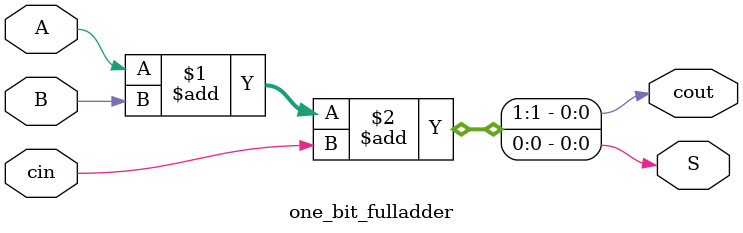
<source format=sv>

module one_bit_fulladder(S, cout, A, B, cin);
    input A, B, cin;
    output S, cout;

    assign {cout, S} = A + B + cin;

endmodule

</source>
